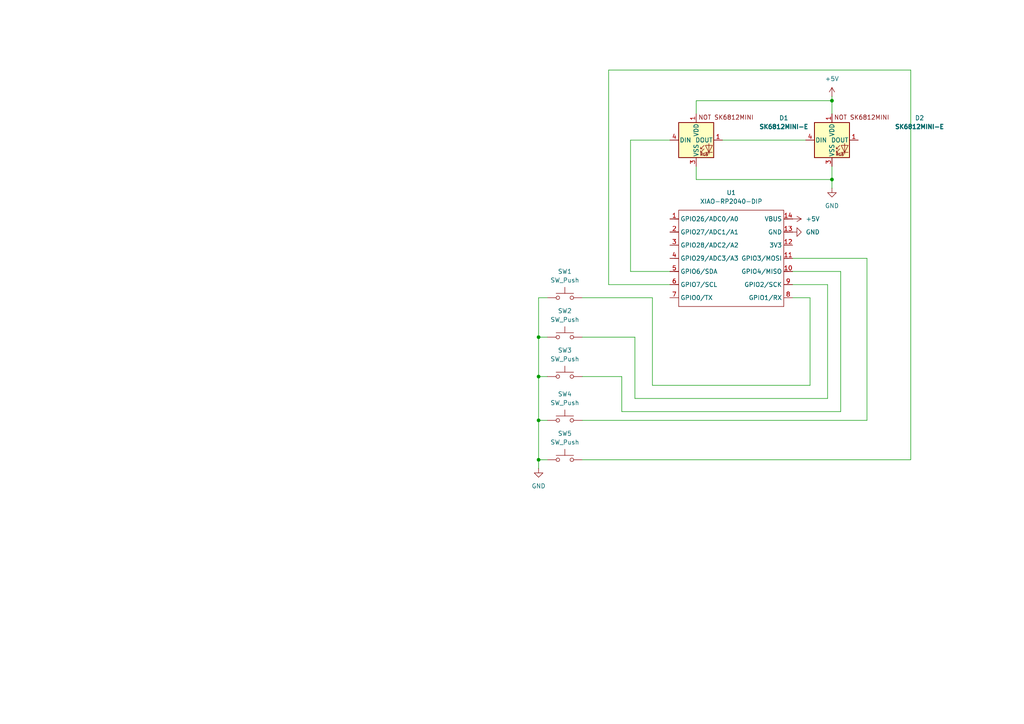
<source format=kicad_sch>
(kicad_sch (version 20250114) (generator "eeschema") (generator_version "9.0")
  (paper "A4")
  (lib_symbols
    (symbol "OPL Library:XIAO-RP2040-DIP"
      (property "Reference" "U" (at 0 0 0))
      (property "Value" "XIAO-RP2040-DIP" (at 5.334 -1.778 0))
      (symbol "XIAO-RP2040-DIP_1_0"
        (polyline (pts (xy -1.27 -2.54) (xy 29.21 -2.54)) (stroke (width 0.1524)))
        (polyline (pts (xy -1.27 -5.08) (xy -2.54 -5.08)) (stroke (width 0.1524)))
        (polyline (pts (xy -1.27 -5.08) (xy -1.27 -2.54)) (stroke (width 0.1524)))
        (polyline (pts (xy -1.27 -8.89) (xy -2.54 -8.89)) (stroke (width 0.1524)))
        (polyline (pts (xy -1.27 -8.89) (xy -1.27 -5.08)) (stroke (width 0.1524)))
        (polyline (pts (xy -1.27 -12.7) (xy -2.54 -12.7)) (stroke (width 0.1524)))
        (polyline (pts (xy -1.27 -12.7) (xy -1.27 -8.89)) (stroke (width 0.1524)))
        (polyline (pts (xy -1.27 -16.51) (xy -2.54 -16.51)) (stroke (width 0.1524)))
        (polyline (pts (xy -1.27 -16.51) (xy -1.27 -12.7)) (stroke (width 0.1524)))
        (polyline (pts (xy -1.27 -20.32) (xy -2.54 -20.32)) (stroke (width 0.1524)))
        (polyline (pts (xy -1.27 -24.13) (xy -2.54 -24.13)) (stroke (width 0.1524)))
        (polyline (pts (xy -1.27 -27.94) (xy -2.54 -27.94)) (stroke (width 0.1524)))
        (polyline (pts (xy -1.27 -30.48) (xy -1.27 -16.51)) (stroke (width 0.1524)))
        (polyline (pts (xy 29.21 -2.54) (xy 29.21 -5.08)) (stroke (width 0.1524)))
        (polyline (pts (xy 29.21 -5.08) (xy 29.21 -8.89)) (stroke (width 0.1524)))
        (polyline (pts (xy 29.21 -8.89) (xy 29.21 -12.7)) (stroke (width 0.1524)))
        (polyline (pts (xy 29.21 -12.7) (xy 29.21 -30.48)) (stroke (width 0.1524)))
        (polyline (pts (xy 29.21 -30.48) (xy -1.27 -30.48)) (stroke (width 0.1524)))
        (polyline (pts (xy 30.48 -5.08) (xy 29.21 -5.08)) (stroke (width 0.1524)))
        (polyline (pts (xy 30.48 -8.89) (xy 29.21 -8.89)) (stroke (width 0.1524)))
        (polyline (pts (xy 30.48 -12.7) (xy 29.21 -12.7)) (stroke (width 0.1524)))
        (polyline (pts (xy 30.48 -16.51) (xy 29.21 -16.51)) (stroke (width 0.1524)))
        (polyline (pts (xy 30.48 -20.32) (xy 29.21 -20.32)) (stroke (width 0.1524)))
        (polyline (pts (xy 30.48 -24.13) (xy 29.21 -24.13)) (stroke (width 0.1524)))
        (polyline (pts (xy 30.48 -27.94) (xy 29.21 -27.94)) (stroke (width 0.1524)))
        (pin passive line (at -3.81 -5.08 0) (length 2.54) (name "GPIO26/ADC0/A0") (number "1"))
        (pin passive line (at -3.81 -8.89 0) (length 2.54) (name "GPIO27/ADC1/A1") (number "2"))
        (pin passive line (at -3.81 -12.7 0) (length 2.54) (name "GPIO28/ADC2/A2") (number "3"))
        (pin passive line (at -3.81 -16.51 0) (length 2.54) (name "GPIO29/ADC3/A3") (number "4"))
        (pin passive line (at -3.81 -20.32 0) (length 2.54) (name "GPIO6/SDA") (number "5"))
        (pin passive line (at -3.81 -24.13 0) (length 2.54) (name "GPIO7/SCL") (number "6"))
        (pin passive line (at -3.81 -27.94 0) (length 2.54) (name "GPIO0/TX") (number "7"))
        (pin passive line (at 31.75 -5.08 180) (length 2.54) (name "VBUS") (number "14"))
        (pin passive line (at 31.75 -8.89 180) (length 2.54) (name "GND") (number "13"))
        (pin passive line (at 31.75 -12.7 180) (length 2.54) (name "3V3") (number "12"))
        (pin passive line (at 31.75 -16.51 180) (length 2.54) (name "GPIO3/MOSI") (number "11"))
        (pin passive line (at 31.75 -20.32 180) (length 2.54) (name "GPIO4/MISO") (number "10"))
        (pin passive line (at 31.75 -24.13 180) (length 2.54) (name "GPIO2/SCK") (number "9"))
        (pin passive line (at 31.75 -27.94 180) (length 2.54) (name "GPIO1/RX") (number "8"))
      )
    )
    (symbol "SK6812MINI-E:SK6812MINI-E" (pin_names (offset 0.254))
      (property "Reference" "D" (at -3.556 5.842 0))
      (property "Value" "SK6812MINI-E" (at 1.27 -5.715 0))
      (symbol "SK6812MINI-E_0_0"
        (text "RGB" (at 2.286 -4.191 0) (effects (font (size 0.762 0.762))))
      )
      (symbol "SK6812MINI-E_0_1"
        (rectangle (start -5.08 5.08) (end 5.08 -5.08) (stroke (width 0.254)) (fill (type background)))
        (polyline (pts (xy 1.27 -2.54) (xy 1.778 -2.54)))
        (polyline (pts (xy 1.27 -3.556) (xy 1.778 -3.556)))
        (polyline (pts (xy 2.286 -1.524) (xy 1.27 -2.54) (xy 1.27 -2.032)))
        (polyline (pts (xy 2.286 -2.54) (xy 1.27 -3.556) (xy 1.27 -3.048)))
        (polyline (pts (xy 3.683 -1.016) (xy 3.683 -3.556) (xy 3.683 -4.064)))
        (polyline (pts (xy 4.699 -1.524) (xy 2.667 -1.524) (xy 3.683 -3.556) (xy 4.699 -1.524)))
        (polyline (pts (xy 4.699 -3.556) (xy 2.667 -3.556)))
      )
      (symbol "SK6812MINI-E_1_1"
        (text "NOT SK6812MINI" (at 8.636 6.604 0) (effects (font (size 1.27 1.27))))
        (pin input line (at -7.62 0 0) (length 2.54) (name "DIN") (number "4"))
        (pin power_in line (at 0 7.62 270) (length 2.54) (name "VDD") (number "1"))
        (pin power_in line (at 0 -7.62 90) (length 2.54) (name "VSS") (number "3"))
        (pin output line (at 7.62 0 180) (length 2.54) (name "DOUT") (number "1"))
      )
    )
    (symbol "SK6812MINI-E_1" (pin_names (offset 0.254))
      (property "Reference" "D" (at -3.556 5.842 0))
      (property "Value" "SK6812MINI-E" (at 1.27 -5.715 0))
      (symbol "SK6812MINI-E_1_0_0"
        (text "RGB" (at 2.286 -4.191 0) (effects (font (size 0.762 0.762))))
      )
      (symbol "SK6812MINI-E_1_0_1"
        (rectangle (start -5.08 5.08) (end 5.08 -5.08) (stroke (width 0.254)) (fill (type background)))
        (polyline (pts (xy 1.27 -2.54) (xy 1.778 -2.54)))
        (polyline (pts (xy 1.27 -3.556) (xy 1.778 -3.556)))
        (polyline (pts (xy 2.286 -1.524) (xy 1.27 -2.54) (xy 1.27 -2.032)))
        (polyline (pts (xy 2.286 -2.54) (xy 1.27 -3.556) (xy 1.27 -3.048)))
        (polyline (pts (xy 3.683 -1.016) (xy 3.683 -3.556) (xy 3.683 -4.064)))
        (polyline (pts (xy 4.699 -1.524) (xy 2.667 -1.524) (xy 3.683 -3.556) (xy 4.699 -1.524)))
        (polyline (pts (xy 4.699 -3.556) (xy 2.667 -3.556)))
      )
      (symbol "SK6812MINI-E_1_1_1"
        (text "NOT SK6812MINI" (at 8.636 6.604 0) (effects (font (size 1.27 1.27))))
        (pin input line (at -7.62 0 0) (length 2.54) (name "DIN") (number "4"))
        (pin power_in line (at 0 7.62 270) (length 2.54) (name "VDD") (number "1"))
        (pin power_in line (at 0 -7.62 90) (length 2.54) (name "VSS") (number "3"))
        (pin output line (at 7.62 0 180) (length 2.54) (name "DOUT") (number "1"))
      )
    )
    (symbol "Switch:SW_Push" (pin_numbers (hide yes)) (pin_names (offset 1.016) (hide yes))
      (property "Reference" "SW" (at 1.27 2.54 0))
      (property "Value" "SW_Push" (at 0 -1.524 0))
      (symbol "SW_Push_0_1"
        (circle (center -2.032 0) (radius 0.508))
        (polyline (pts (xy 0 1.27) (xy 0 3.048)))
        (circle (center 2.032 0) (radius 0.508))
        (polyline (pts (xy 2.54 1.27) (xy -2.54 1.27)))
        (pin passive line (at -5.08 0 0) (length 2.54) (name "1") (number "1"))
        (pin passive line (at 5.08 0 180) (length 2.54) (name "2") (number "2"))
      )
    )
    (symbol "power:+5V" (power) (pin_numbers (hide yes)) (pin_names (offset 0) (hide yes))
      (property "Value" "+5V" (at 0 3.556 0))
      (symbol "+5V_0_1"
        (polyline (pts (xy -0.762 1.27) (xy 0 2.54)))
        (polyline (pts (xy 0 2.54) (xy 0.762 1.27)))
        (polyline (pts (xy 0 0) (xy 0 2.54)))
      )
      (symbol "+5V_1_1"
        (pin power_in line (at 0 0 90) (length 0) (name "~") (number "1"))
      )
    )
    (symbol "power:GND" (power) (pin_numbers (hide yes)) (pin_names (offset 0) (hide yes))
      (property "Value" "GND" (at 0 -3.81 0))
      (symbol "GND_0_1"
        (polyline (pts (xy 0 0) (xy 0 -1.27) (xy 1.27 -1.27) (xy 0 -2.54) (xy -1.27 -1.27) (xy 0 -1.27)))
      )
      (symbol "GND_1_1"
        (pin power_in line (at 0 0 270) (length 0) (name "~") (number "1"))
      )
    )
  )
  (junction (at 156.21 109.22))
  (junction (at 241.3 29.21))
  (junction (at 241.3 52.07))
  (junction (at 156.21 97.79))
  (junction (at 156.21 133.35))
  (junction (at 156.21 121.92))
  (wire (pts (xy 243.84 119.38) (xy 243.84 78.74)))
  (wire (pts (xy 251.46 121.92) (xy 251.46 74.93)))
  (wire (pts (xy 156.21 133.35) (xy 158.75 133.35)))
  (wire (pts (xy 201.93 29.21) (xy 241.3 29.21)))
  (wire (pts (xy 158.75 86.36) (xy 156.21 86.36)))
  (wire (pts (xy 234.95 86.36) (xy 234.95 111.76)))
  (wire (pts (xy 156.21 97.79) (xy 158.75 97.79)))
  (wire (pts (xy 184.15 115.57) (xy 240.03 115.57)))
  (wire (pts (xy 201.93 52.07) (xy 241.3 52.07)))
  (wire (pts (xy 168.91 97.79) (xy 184.15 97.79)))
  (wire (pts (xy 156.21 135.89) (xy 156.21 133.35)))
  (wire (pts (xy 156.21 86.36) (xy 156.21 97.79)))
  (wire (pts (xy 241.3 27.94) (xy 241.3 29.21)))
  (wire (pts (xy 201.93 33.02) (xy 201.93 29.21)))
  (wire (pts (xy 189.23 111.76) (xy 189.23 86.36)))
  (wire (pts (xy 201.93 48.26) (xy 201.93 52.07)))
  (wire (pts (xy 168.91 133.35) (xy 264.16 133.35)))
  (wire (pts (xy 168.91 109.22) (xy 180.34 109.22)))
  (wire (pts (xy 229.87 82.55) (xy 240.03 82.55)))
  (wire (pts (xy 156.21 133.35) (xy 156.21 121.92)))
  (wire (pts (xy 241.3 52.07) (xy 241.3 54.61)))
  (wire (pts (xy 229.87 86.36) (xy 234.95 86.36)))
  (wire (pts (xy 184.15 97.79) (xy 184.15 115.57)))
  (wire (pts (xy 180.34 119.38) (xy 243.84 119.38)))
  (wire (pts (xy 241.3 52.07) (xy 241.3 48.26)))
  (wire (pts (xy 180.34 109.22) (xy 180.34 119.38)))
  (wire (pts (xy 156.21 109.22) (xy 158.75 109.22)))
  (wire (pts (xy 182.88 78.74) (xy 194.31 78.74)))
  (wire (pts (xy 209.55 40.64) (xy 233.68 40.64)))
  (wire (pts (xy 243.84 78.74) (xy 229.87 78.74)))
  (wire (pts (xy 229.87 74.93) (xy 251.46 74.93)))
  (wire (pts (xy 156.21 121.92) (xy 158.75 121.92)))
  (wire (pts (xy 264.16 133.35) (xy 264.16 20.32)))
  (wire (pts (xy 264.16 20.32) (xy 176.53 20.32)))
  (wire (pts (xy 168.91 121.92) (xy 251.46 121.92)))
  (wire (pts (xy 234.95 111.76) (xy 189.23 111.76)))
  (wire (pts (xy 182.88 40.64) (xy 182.88 78.74)))
  (wire (pts (xy 176.53 82.55) (xy 194.31 82.55)))
  (wire (pts (xy 241.3 29.21) (xy 241.3 33.02)))
  (wire (pts (xy 168.91 86.36) (xy 189.23 86.36)))
  (wire (pts (xy 194.31 40.64) (xy 182.88 40.64)))
  (wire (pts (xy 156.21 109.22) (xy 156.21 121.92)))
  (wire (pts (xy 176.53 20.32) (xy 176.53 82.55)))
  (wire (pts (xy 240.03 115.57) (xy 240.03 82.55)))
  (wire (pts (xy 156.21 97.79) (xy 156.21 109.22)))
  (symbol (lib_id "power:GND") (at 229.87 67.31 90) (unit 1)
    (property "Reference" "#PWR04" (effects (hide yes)))
    (property "Value" "GND" (at 233.68 67.3099 90) (effects (justify right)))
    (property "Description" "Power symbol creates a global label with name \"GND\" , ground" (effects (hide yes)))
  )
  (symbol (lib_id "power:GND") (at 156.21 135.89 0) (unit 1)
    (property "Reference" "#PWR03" (effects (hide yes)))
    (property "Value" "GND" (at 156.21 140.97 0))
    (property "Description" "Power symbol creates a global label with name \"GND\" , ground" (effects (hide yes)))
  )
  (symbol (lib_id "OPL Library:XIAO-RP2040-DIP") (at 198.12 58.42 0) (unit 1)
    (property "Reference" "U1" (at 212.09 55.88 0))
    (property "Value" "XIAO-RP2040-DIP" (at 212.09 58.42 0))
    (property "Footprint" "OPL Lib:XIAO-RP2040-DIP" (effects (hide yes)))
  )
  (symbol (lib_id "Switch:SW_Push") (at 163.83 109.22 0) (unit 1)
    (property "Reference" "SW3" (at 163.83 101.6 0))
    (property "Value" "SW_Push" (at 163.83 104.14 0))
    (property "Footprint" "Button_Switch_Keyboard:SW_Cherry_MX_1.00u_PCB" (effects (hide yes)))
    (property "Description" "Push button switch, generic, two pins" (effects (hide yes)))
  )
  (symbol (lib_id "Switch:SW_Push") (at 163.83 121.92 0) (unit 1)
    (property "Reference" "SW4" (at 163.83 114.3 0))
    (property "Value" "SW_Push" (at 163.83 116.84 0))
    (property "Footprint" "Button_Switch_Keyboard:SW_Cherry_MX_1.00u_PCB" (effects (hide yes)))
    (property "Description" "Push button switch, generic, two pins" (effects (hide yes)))
  )
  (symbol (lib_id "power:+5V") (at 229.87 63.5 270) (unit 1)
    (property "Reference" "#PWR01" (effects (hide yes)))
    (property "Value" "+5V" (at 233.68 63.4999 90) (effects (justify left)))
    (property "Description" "Power symbol creates a global label with name \"+5V\"" (effects (hide yes)))
  )
  (symbol (lib_id "Switch:SW_Push") (at 163.83 133.35 0) (unit 1)
    (property "Reference" "SW5" (at 163.83 125.73 0))
    (property "Value" "SW_Push" (at 163.83 128.27 0))
    (property "Footprint" "Button_Switch_Keyboard:SW_Cherry_MX_1.00u_PCB" (effects (hide yes)))
    (property "Description" "Push button switch, generic, two pins" (effects (hide yes)))
  )
  (symbol (lib_id "Switch:SW_Push") (at 163.83 97.79 0) (unit 1)
    (property "Reference" "SW2" (at 163.83 90.17 0))
    (property "Value" "SW_Push" (at 163.83 92.71 0))
    (property "Footprint" "Button_Switch_Keyboard:SW_Cherry_MX_1.00u_PCB" (effects (hide yes)))
    (property "Description" "Push button switch, generic, two pins" (effects (hide yes)))
  )
  (symbol (lib_id "power:GND") (at 241.3 54.61 0) (unit 1)
    (property "Reference" "#PWR05" (effects (hide yes)))
    (property "Value" "GND" (at 241.3 59.69 0))
    (property "Description" "Power symbol creates a global label with name \"GND\" , ground" (effects (hide yes)))
  )
  (symbol (lib_name "SK6812MINI-E_1") (lib_id "SK6812MINI-E:SK6812MINI-E") (at 241.3 40.64 0) (unit 1)
    (property "Reference" "D2" (at 266.7 34.2198 0))
    (property "Value" "SK6812MINI-E" (at 266.7 36.7599 0) (effects (font (thickness 0.254) (bold yes))))
    (property "Footprint" "footprints:SK6812MINI-E_fixed" (effects (hide yes)))
    (property "Datasheet" "https://cdn-shop.adafruit.com/product-files/4960/4960_SK6812MINI-E_REV02_EN.pdf" (effects (hide yes)))
    (property "Description" "RGB LED with integrated controller" (effects (hide yes)))
  )
  (symbol (lib_id "power:+5V") (at 241.3 27.94 0) (unit 1)
    (property "Reference" "#PWR02" (effects (hide yes)))
    (property "Value" "+5V" (at 241.3 22.86 0))
    (property "Description" "Power symbol creates a global label with name \"+5V\"" (effects (hide yes)))
  )
  (symbol (lib_id "SK6812MINI-E:SK6812MINI-E") (at 201.93 40.64 0) (unit 1)
    (property "Reference" "D1" (at 227.33 34.2198 0))
    (property "Value" "SK6812MINI-E" (at 227.33 36.7599 0) (effects (font (thickness 0.254) (bold yes))))
    (property "Footprint" "footprints:SK6812MINI-E_fixed" (effects (hide yes)))
    (property "Datasheet" "https://cdn-shop.adafruit.com/product-files/4960/4960_SK6812MINI-E_REV02_EN.pdf" (effects (hide yes)))
    (property "Description" "RGB LED with integrated controller" (effects (hide yes)))
  )
  (symbol (lib_id "Switch:SW_Push") (at 163.83 86.36 0) (unit 1)
    (property "Reference" "SW1" (at 163.83 78.74 0))
    (property "Value" "SW_Push" (at 163.83 81.28 0))
    (property "Footprint" "Button_Switch_Keyboard:SW_Cherry_MX_1.00u_PCB" (effects (hide yes)))
    (property "Description" "Push button switch, generic, two pins" (effects (hide yes)))
  )
)
</source>
